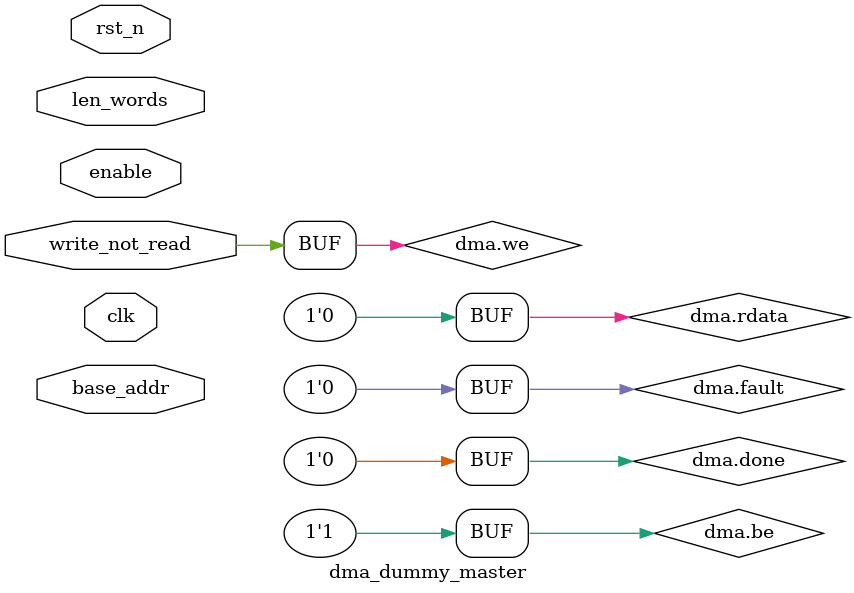
<source format=sv>
`include "harvos_dmem_if.sv"
module dma_dummy_master (
  input  logic clk, input logic rst_n,
  input  logic enable,
  input  logic write_not_read,
  input  logic [31:0] base_addr,
  input  logic [31:0] len_words,
  harvos_dmem_if dma
);
  reg [31:0] cnt_q, cnt_n;
  reg        active_q, active_n;

  always @* begin
    cnt_n = cnt_q;
    active_n = active_q;
    dma.req   = 1'b0;
    dma.we    = write_not_read;
    dma.be    = 4'hF;
    dma.addr  = base_addr + (cnt_q<<2);
    dma.wdata = 32'hA5A5_0000 | cnt_q;

    if (!active_q) begin
      if (enable) begin
        active_n = 1'b1;
        cnt_n = 32'h0;
      end
    end else begin
      dma.req = 1'b1;
      if (dma.done) begin
        cnt_n = cnt_q + 1;
        if (cnt_q + 1 == len_words) active_n = 1'b0;
      end
    end
  end

  always @(posedge clk or negedge rst_n) begin
    if (!rst_n) begin
      cnt_q <= 32'h0;
      active_q <= 1'b0;
    end else begin
      cnt_q <= cnt_n;
      active_q <= active_n;
    end
  end

  // default returns for read path to avoid X
  initial begin
    dma.rdata = '0;
    dma.done  = 1'b0;
    dma.fault = 1'b0;
  end
endmodule

</source>
